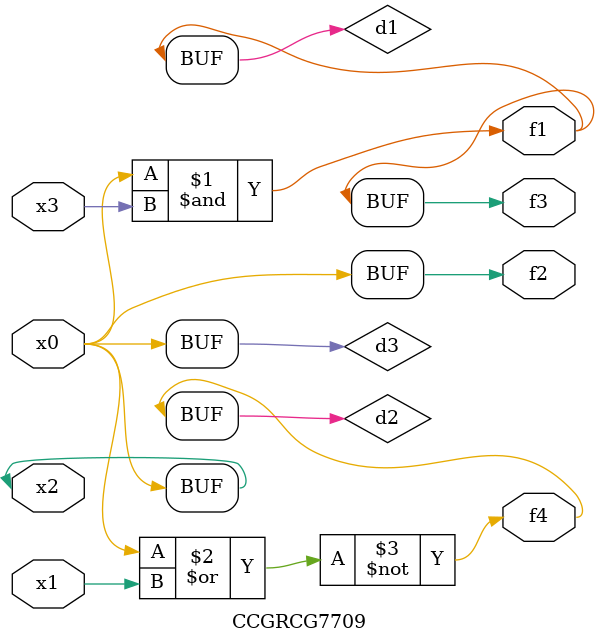
<source format=v>
module CCGRCG7709(
	input x0, x1, x2, x3,
	output f1, f2, f3, f4
);

	wire d1, d2, d3;

	and (d1, x2, x3);
	nor (d2, x0, x1);
	buf (d3, x0, x2);
	assign f1 = d1;
	assign f2 = d3;
	assign f3 = d1;
	assign f4 = d2;
endmodule

</source>
